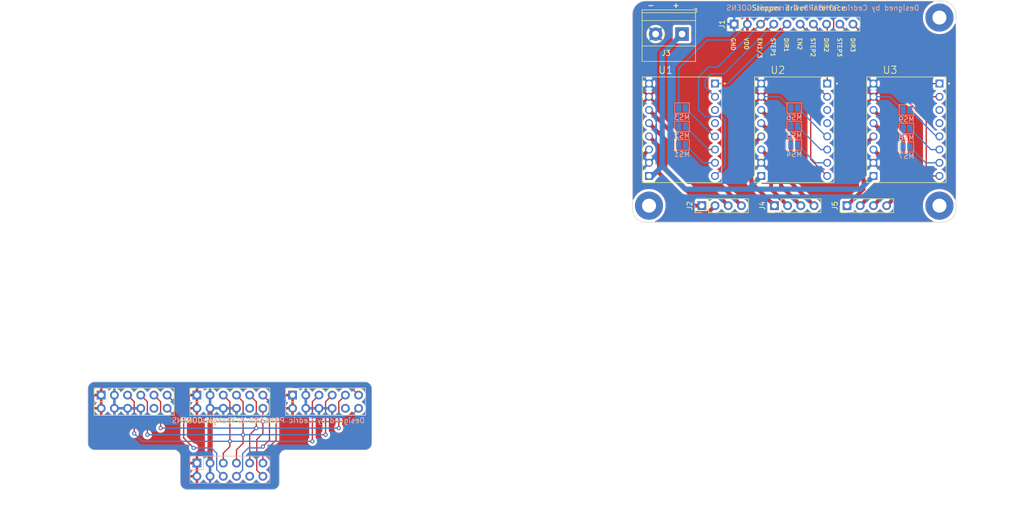
<source format=kicad_pcb>
(kicad_pcb (version 20221018) (generator pcbnew)
  (layers (0 "F.Cu" signal) (31 "B.Cu" signal) (34 "B.Paste" user) (35 "F.Paste" user) (36 "B.SilkS" user "B.Silkscreen") (37 "F.SilkS" user "F.Silkscreen") (38 "B.Mask" user) (39 "F.Mask" user) (44 "Edge.Cuts" user))
  (net 0 "")
  (net 2 "GND")
  (net 3 "VDD")
  (net 5 "Net-(J2-Pin_1)")
  (net 6 "Net-(J2-Pin_2)")
  (net 7 "Net-(J2-Pin_3)")
  (net 8 "Net-(J2-Pin_4)")
  (net 9 "Net-(J3-Pin_1)")
  (net 10 "Net-(J4-Pin_1)")
  (net 11 "Net-(J4-Pin_2)")
  (net 12 "Net-(J4-Pin_3)")
  (net 13 "Net-(J4-Pin_4)")
  (net 15 "Net-(J5-Pin_1)")
  (net 16 "Net-(J5-Pin_2)")
  (net 17 "Net-(J5-Pin_3)")
  (net 18 "Net-(J5-Pin_4)")
  (net 19 "Net-(MS1-B)")
  (net 20 "Net-(MS2-B)")
  (net 21 "Net-(MS3-B)")
  (net 22 "Net-(MS4-B)")
  (net 23 "Net-(MS5-B)")
  (net 24 "Net-(MS6-B)")
  (net 25 "Net-(MS7-B)")
  (net 26 "Net-(MS8-B)")
  (net 27 "Net-(MS9-B)")
  (net 28 "DIR1")
  (net 29 "STEP1")
  (net 30 "DIR2")
  (net 31 "STEP2")
  (net 32 "DIR3")
  (net 33 "STEP3")
  (net 34 "EN1{slash}3")
  (net 35 "EN2")
  (net 36 "INT")
  (net 37 "CS1")
  (net 38 "RST")
  (net 39 "MOSI")
  (net 40 "CS2")
  (net 41 "MISO")
  (net 42 "CS3")
  (net 43 "SCK")
  (footprint "Master_thesis:MODULE_TMC2208_SILENTSTEPSTICK" (layer "F.Cu") (at 178.435 55.88)
    (fp_text reference "U1" (at -3.155 -11.489) (layer "F.SilkS") (effects (font (size 1.4 1.4))))
    (fp_text value "TMC2208_SILENTSTEPSTICK" hide)
    (pad "JP1_1" thru_hole rect locked (at 6.35 -8.89) (size 1.524 1.524) (drill 1.016) (layers "*.Cu" "*.Mask") (net 28 "DIR1"))
    (pad "JP1_2" thru_hole circle locked (at 6.35 -6.35) (size 1.524 1.524) (drill 1.016) (layers "*.Cu" "*.Mask") (net 29 "STEP1"))
    (pad "JP1_3" thru_hole circle locked (at 6.35 -3.81) (size 1.524 1.524) (drill 1.016) (layers "*.Cu" "*.Mask"))
    (pad "JP1_4" thru_hole circle locked (at 6.35 -1.27) (size 1.524 1.524) (drill 1.016) (layers "*.Cu" "*.Mask"))
    (pad "JP1_5" thru_hole circle locked (at 6.35 1.27) (size 1.524 1.524) (drill 1.016) (layers "*.Cu" "*.Mask") (net 21 "Net-(MS3-B)"))
    (pad "JP1_6" thru_hole circle locked (at 6.35 3.81) (size 1.524 1.524) (drill 1.016) (layers "*.Cu" "*.Mask") (net 20 "Net-(MS2-B)"))
    (pad "JP1_7" thru_hole circle locked (at 6.35 6.35) (size 1.524 1.524) (drill 1.016) (layers "*.Cu" "*.Mask") (net 19 "Net-(MS1-B)"))
    (pad "JP1_8" thru_hole circle locked (at 6.35 8.89) (size 1.524 1.524) (drill 1.016) (layers "*.Cu" "*.Mask") (net 34 "EN1{slash}3"))
    (pad "JP2_1" thru_hole rect locked (at -6.35 8.89) (size 1.524 1.524) (drill 1.016) (layers "*.Cu" "*.Mask") (net 9 "Net-(J3-Pin_1)"))
    (pad "JP2_2" thru_hole circle locked (at -6.35 6.35) (size 1.524 1.524) (drill 1.016) (layers "*.Cu" "*.Mask") (net 2 "GND"))
    (pad "JP2_3" thru_hole circle locked (at -6.35 3.81) (size 1.524 1.524) (drill 1.016) (layers "*.Cu" "*.Mask") (net 6 "Net-(J2-Pin_2)"))
    (pad "JP2_4" thru_hole circle locked (at -6.35 1.27) (size 1.524 1.524) (drill 1.016) (layers "*.Cu" "*.Mask") (net 5 "Net-(J2-Pin_1)"))
    (pad "JP2_5" thru_hole circle locked (at -6.35 -1.27) (size 1.524 1.524) (drill 1.016) (layers "*.Cu" "*.Mask") (net 7 "Net-(J2-Pin_3)"))
    (pad "JP2_6" thru_hole circle locked (at -6.35 -3.81) (size 1.524 1.524) (drill 1.016) (layers "*.Cu" "*.Mask") (net 8 "Net-(J2-Pin_4)"))
    (pad "JP2_7" thru_hole circle locked (at -6.35 -6.35) (size 1.524 1.524) (drill 1.016) (layers "*.Cu" "*.Mask") (net 3 "VDD"))
    (pad "JP2_8" thru_hole circle locked (at -6.35 -8.89) (size 1.524 1.524) (drill 1.016) (layers "*.Cu" "*.Mask") (net 2 "GND"))
  )
  (footprint "Connector_PinSocket_2.54mm:PinSocket_2x06_P2.54mm_Vertical" (layer "F.Cu") (at 66.675 106.934 90)
    (fp_text reference "J7" hide)
    (fp_text value "Conn_02x06_Odd_Even" hide)
    (pad "1" thru_hole rect (at 0 0 90) (size 1.7 1.7) (drill 1) (layers "*.Cu" "*.Mask") (net 3 "VDD"))
    (pad "2" thru_hole oval (at -2.54 0 90) (size 1.7 1.7) (drill 1) (layers "*.Cu" "*.Mask") (net 3 "VDD"))
    (pad "3" thru_hole oval (at 0 2.54 90) (size 1.7 1.7) (drill 1) (layers "*.Cu" "*.Mask") (net 2 "GND"))
    (pad "4" thru_hole oval (at -2.54 2.54 90) (size 1.7 1.7) (drill 1) (layers "*.Cu" "*.Mask") (net 2 "GND"))
    (pad "5" thru_hole oval (at 0 5.08 90) (size 1.7 1.7) (drill 1) (layers "*.Cu" "*.Mask") (net 43 "SCK"))
    (pad "6" thru_hole oval (at -2.54 5.08 90) (size 1.7 1.7) (drill 1) (layers "*.Cu" "*.Mask") (net 2 "GND"))
    (pad "7" thru_hole oval (at 0 7.62 90) (size 1.7 1.7) (drill 1) (layers "*.Cu" "*.Mask") (net 41 "MISO"))
    (pad "8" thru_hole oval (at -2.54 7.62 90) (size 1.7 1.7) (drill 1) (layers "*.Cu" "*.Mask") (net 2 "GND"))
    (pad "9" thru_hole oval (at 0 10.16 90) (size 1.7 1.7) (drill 1) (layers "*.Cu" "*.Mask") (net 39 "MOSI"))
    (pad "10" thru_hole oval (at -2.54 10.16 90) (size 1.7 1.7) (drill 1) (layers "*.Cu" "*.Mask"))
    (pad "11" thru_hole oval (at 0 12.7 90) (size 1.7 1.7) (drill 1) (layers "*.Cu" "*.Mask") (net 42 "CS3"))
    (pad "12" thru_hole oval (at -2.54 12.7 90) (size 1.7 1.7) (drill 1) (layers "*.Cu" "*.Mask") (net 36 "INT"))
  )
  (footprint "TerminalBlock_Phoenix:TerminalBlock_Phoenix_MKDS-1,5-2-5.08_1x02_P5.08mm_Horizontal" (layer "F.Cu") (at 178.435 37.465 180)
    (fp_text reference "J3" (at 3.048 -3.683) (layer "F.SilkS"))
    (fp_text value "Conn_01x02" hide)
    (pad "1" thru_hole rect (at 0 0 180) (size 2.6 2.6) (drill 1.3) (layers "*.Cu" "*.Mask") (net 9 "Net-(J3-Pin_1)"))
    (pad "2" thru_hole circle (at 5.08 0 180) (size 2.6 2.6) (drill 1.3) (layers "*.Cu" "*.Mask") (net 2 "GND"))
  )
  (footprint "MountingHole:MountingHole_2.7mm_M2.5_Pad_TopBottom" (layer "F.Cu") (at 227.965 34.29)
    (fp_text reference "REF**" hide)
    (fp_text value "MountingHole_2.7mm_M2.5_Pad_TopBottom")
    (pad "1" thru_hole circle (at 0 0) (size 3.1 3.1) (drill 2.7) (layers "*.Cu" "*.Mask"))
    (pad "1" connect circle (at 0 0) (size 5.4 5.4) (layers "F.Cu" "F.Mask"))
    (pad "1" connect circle (at 0 0) (size 5.4 5.4) (layers "B.Cu" "B.Mask"))
  )
  (footprint "Connector_PinSocket_2.54mm:PinSocket_2x06_P2.54mm_Vertical" (layer "F.Cu") (at 103.505 106.934 90)
    (fp_text reference "J9" hide)
    (fp_text value "Conn_02x06_Odd_Even" hide)
    (pad "1" thru_hole rect (at 0 0 90) (size 1.7 1.7) (drill 1) (layers "*.Cu" "*.Mask") (net 3 "VDD"))
    (pad "2" thru_hole oval (at -2.54 0 90) (size 1.7 1.7) (drill 1) (layers "*.Cu" "*.Mask") (net 3 "VDD"))
    (pad "3" thru_hole oval (at 0 2.54 90) (size 1.7 1.7) (drill 1) (layers "*.Cu" "*.Mask") (net 2 "GND"))
    (pad "4" thru_hole oval (at -2.54 2.54 90) (size 1.7 1.7) (drill 1) (layers "*.Cu" "*.Mask") (net 2 "GND"))
    (pad "5" thru_hole oval (at 0 5.08 90) (size 1.7 1.7) (drill 1) (layers "*.Cu" "*.Mask") (net 43 "SCK"))
    (pad "6" thru_hole oval (at -2.54 5.08 90) (size 1.7 1.7) (drill 1) (layers "*.Cu" "*.Mask") (net 2 "GND"))
    (pad "7" thru_hole oval (at 0 7.62 90) (size 1.7 1.7) (drill 1) (layers "*.Cu" "*.Mask") (net 41 "MISO"))
    (pad "8" thru_hole oval (at -2.54 7.62 90) (size 1.7 1.7) (drill 1) (layers "*.Cu" "*.Mask") (net 2 "GND"))
    (pad "9" thru_hole oval (at 0 10.16 90) (size 1.7 1.7) (drill 1) (layers "*.Cu" "*.Mask") (net 39 "MOSI"))
    (pad "10" thru_hole oval (at -2.54 10.16 90) (size 1.7 1.7) (drill 1) (layers "*.Cu" "*.Mask"))
    (pad "11" thru_hole oval (at 0 12.7 90) (size 1.7 1.7) (drill 1) (layers "*.Cu" "*.Mask") (net 37 "CS1"))
    (pad "12" thru_hole oval (at -2.54 12.7 90) (size 1.7 1.7) (drill 1) (layers "*.Cu" "*.Mask") (net 36 "INT"))
  )
  (footprint "Connector_PinHeader_2.54mm:PinHeader_1x04_P2.54mm_Vertical" (layer "F.Cu") (at 196.215 70.485 90)
    (fp_text reference "J4" (at 0 -2.33 90) (layer "F.SilkS"))
    (fp_text value "Conn_01x04_MountingPin" hide)
    (pad "1" thru_hole rect locked (at 0 0 90) (size 1.7 1.7) (drill 1) (layers "*.Cu" "*.Mask") (net 10 "Net-(J4-Pin_1)"))
    (pad "2" thru_hole oval locked (at 0 2.54 90) (size 1.7 1.7) (drill 1) (layers "*.Cu" "*.Mask") (net 11 "Net-(J4-Pin_2)"))
    (pad "3" thru_hole oval locked (at 0 5.08 90) (size 1.7 1.7) (drill 1) (layers "*.Cu" "*.Mask") (net 12 "Net-(J4-Pin_3)"))
    (pad "4" thru_hole oval locked (at 0 7.62 90) (size 1.7 1.7) (drill 1) (layers "*.Cu" "*.Mask") (net 13 "Net-(J4-Pin_4)"))
  )
  (footprint "Connector_PinHeader_2.54mm:PinHeader_1x10_P2.54mm_Vertical" (layer "F.Cu") (at 188.468 35.56 90)
    (fp_text reference "J1" (at 0 -2.33 90) (layer "F.SilkS"))
    (fp_text value "Conn_01x10_Socket" hide)
    (pad "1" thru_hole rect (at 0 0 90) (size 1.7 1.7) (drill 1) (layers "*.Cu" "*.Mask") (net 2 "GND"))
    (pad "2" thru_hole oval (at 0 2.54 90) (size 1.7 1.7) (drill 1) (layers "*.Cu" "*.Mask") (net 3 "VDD"))
    (pad "3" thru_hole oval (at 0 5.08 90) (size 1.7 1.7) (drill 1) (layers "*.Cu" "*.Mask") (net 34 "EN1{slash}3"))
    (pad "4" thru_hole oval (at 0 7.62 90) (size 1.7 1.7) (drill 1) (layers "*.Cu" "*.Mask") (net 29 "STEP1"))
    (pad "5" thru_hole oval (at 0 10.16 90) (size 1.7 1.7) (drill 1) (layers "*.Cu" "*.Mask") (net 28 "DIR1"))
    (pad "6" thru_hole oval (at 0 12.7 90) (size 1.7 1.7) (drill 1) (layers "*.Cu" "*.Mask") (net 35 "EN2"))
    (pad "7" thru_hole oval (at 0 15.24 90) (size 1.7 1.7) (drill 1) (layers "*.Cu" "*.Mask") (net 31 "STEP2"))
    (pad "8" thru_hole oval (at 0 17.78 90) (size 1.7 1.7) (drill 1) (layers "*.Cu" "*.Mask") (net 30 "DIR2"))
    (pad "9" thru_hole oval (at 0 20.32 90) (size 1.7 1.7) (drill 1) (layers "*.Cu" "*.Mask") (net 33 "STEP3"))
    (pad "10" thru_hole oval (at 0 22.86 90) (size 1.7 1.7) (drill 1) (layers "*.Cu" "*.Mask") (net 32 "DIR3"))
  )
  (footprint "MountingHole:MountingHole_2.7mm_M2.5_Pad_TopBottom" (layer "F.Cu") (at 172.085 70.485)
    (fp_text reference "REF**" hide)
    (fp_text value "MountingHole_2.7mm_M2.5_Pad_TopBottom")
    (pad "1" thru_hole circle (at 0 0) (size 3.1 3.1) (drill 2.7) (layers "*.Cu" "*.Mask"))
    (pad "1" connect circle (at 0 0) (size 5.4 5.4) (layers "F.Cu" "F.Mask"))
    (pad "1" connect circle (at 0 0) (size 5.4 5.4) (layers "B.Cu" "B.Mask"))
  )
  (footprint "Master_thesis:MODULE_TMC2208_SILENTSTEPSTICK" (layer "F.Cu") (at 221.615 55.88)
    (fp_text reference "U3" (at -3.155 -11.489) (layer "F.SilkS") (effects (font (size 1.4 1.4))))
    (fp_text value "TMC2208_SILENTSTEPSTICK" hide)
    (pad "JP1_1" thru_hole rect locked (at 6.35 -8.89) (size 1.524 1.524) (drill 1.016) (layers "*.Cu" "*.Mask") (net 32 "DIR3"))
    (pad "JP1_2" thru_hole circle locked (at 6.35 -6.35) (size 1.524 1.524) (drill 1.016) (layers "*.Cu" "*.Mask") (net 33 "STEP3"))
    (pad "JP1_3" thru_hole circle locked (at 6.35 -3.81) (size 1.524 1.524) (drill 1.016) (layers "*.Cu" "*.Mask"))
    (pad "JP1_4" thru_hole circle locked (at 6.35 -1.27) (size 1.524 1.524) (drill 1.016) (layers "*.Cu" "*.Mask"))
    (pad "JP1_5" thru_hole circle locked (at 6.35 1.27) (size 1.524 1.524) (drill 1.016) (layers "*.Cu" "*.Mask") (net 27 "Net-(MS9-B)"))
    (pad "JP1_6" thru_hole circle locked (at 6.35 3.81) (size 1.524 1.524) (drill 1.016) (layers "*.Cu" "*.Mask") (net 26 "Net-(MS8-B)"))
    (pad "JP1_7" thru_hole circle locked (at 6.35 6.35) (size 1.524 1.524) (drill 1.016) (layers "*.Cu" "*.Mask") (net 25 "Net-(MS7-B)"))
    (pad "JP1_8" thru_hole circle locked (at 6.35 8.89) (size 1.524 1.524) (drill 1.016) (layers "*.Cu" "*.Mask") (net 34 "EN1{slash}3"))
    (pad "JP2_1" thru_hole rect locked (at -6.35 8.89) (size 1.524 1.524) (drill 1.016) (layers "*.Cu" "*.Mask") (net 9 "Net-(J3-Pin_1)"))
    (pad "JP2_2" thru_hole circle locked (at -6.35 6.35) (size 1.524 1.524) (drill 1.016) (layers "*.Cu" "*.Mask") (net 2 "GND"))
    (pad "JP2_3" thru_hole circle locked (at -6.35 3.81) (size 1.524 1.524) (drill 1.016) (layers "*.Cu" "*.Mask") (net 16 "Net-(J5-Pin_2)"))
    (pad "JP2_4" thru_hole circle locked (at -6.35 1.27) (size 1.524 1.524) (drill 1.016) (layers "*.Cu" "*.Mask") (net 15 "Net-(J5-Pin_1)"))
    (pad "JP2_5" thru_hole circle locked (at -6.35 -1.27) (size 1.524 1.524) (drill 1.016) (layers "*.Cu" "*.Mask") (net 17 "Net-(J5-Pin_3)"))
    (pad "JP2_6" thru_hole circle locked (at -6.35 -3.81) (size 1.524 1.524) (drill 1.016) (layers "*.Cu" "*.Mask") (net 18 "Net-(J5-Pin_4)"))
    (pad "JP2_7" thru_hole circle locked (at -6.35 -6.35) (size 1.524 1.524) (drill 1.016) (layers "*.Cu" "*.Mask") (net 3 "VDD"))
    (pad "JP2_8" thru_hole circle locked (at -6.35 -8.89) (size 1.524 1.524) (drill 1.016) (layers "*.Cu" "*.Mask") (net 2 "GND"))
  )
  (footprint "Connector_PinHeader_2.54mm:PinHeader_1x04_P2.54mm_Vertical" (layer "F.Cu") (at 182.245 70.485 90)
    (fp_text reference "J2" (at 0 -2.33 90) (layer "F.SilkS"))
    (fp_text value "Conn_01x04_MountingPin" hide)
    (pad "1" thru_hole rect locked (at 0 0 90) (size 1.7 1.7) (drill 1) (layers "*.Cu" "*.Mask") (net 5 "Net-(J2-Pin_1)"))
    (pad "2" thru_hole oval locked (at 0 2.54 90) (size 1.7 1.7) (drill 1) (layers "*.Cu" "*.Mask") (net 6 "Net-(J2-Pin_2)"))
    (pad "3" thru_hole oval locked (at 0 5.08 90) (size 1.7 1.7) (drill 1) (layers "*.Cu" "*.Mask") (net 7 "Net-(J2-Pin_3)"))
    (pad "4" thru_hole oval locked (at 0 7.62 90) (size 1.7 1.7) (drill 1) (layers "*.Cu" "*.Mask") (net 8 "Net-(J2-Pin_4)"))
  )
  (footprint "Connector_PinSocket_2.54mm:PinSocket_2x06_P2.54mm_Vertical" (layer "F.Cu") (at 85.09 106.934 90)
    (fp_text reference "J8" hide)
    (fp_text value "Conn_02x06_Odd_Even" hide)
    (pad "1" thru_hole rect (at 0 0 90) (size 1.7 1.7) (drill 1) (layers "*.Cu" "*.Mask") (net 3 "VDD"))
    (pad "2" thru_hole oval (at -2.54 0 90) (size 1.7 1.7) (drill 1) (layers "*.Cu" "*.Mask") (net 3 "VDD"))
    (pad "3" thru_hole oval (at 0 2.54 90) (size 1.7 1.7) (drill 1) (layers "*.Cu" "*.Mask") (net 2 "GND"))
    (pad "4" thru_hole oval (at -2.54 2.54 90) (size 1.7 1.7) (drill 1) (layers "*.Cu" "*.Mask") (net 2 "GND"))
    (pad "5" thru_hole oval (at 0 5.08 90) (size 1.7 1.7) (drill 1) (layers "*.Cu" "*.Mask") (net 43 "SCK"))
    (pad "6" thru_hole oval (at -2.54 5.08 90) (size 1.7 1.7) (drill 1) (layers "*.Cu" "*.Mask") (net 2 "GND"))
    (pad "7" thru_hole oval (at 0 7.62 90) (size 1.7 1.7) (drill 1) (layers "*.Cu" "*.Mask") (net 41 "MISO"))
    (pad "8" thru_hole oval (at -2.54 7.62 90) (size 1.7 1.7) (drill 1) (layers "*.Cu" "*.Mask") (net 2 "GND"))
    (pad "9" thru_hole oval (at 0 10.16 90) (size 1.7 1.7) (drill 1) (layers "*.Cu" "*.Mask") (net 39 "MOSI"))
    (pad "10" thru_hole oval (at -2.54 10.16 90) (size 1.7 1.7) (drill 1) (layers "*.Cu" "*.Mask"))
    (pad "11" thru_hole oval (at 0 12.7 90) (size 1.7 1.7) (drill 1) (layers "*.Cu" "*.Mask") (net 40 "CS2"))
    (pad "12" thru_hole oval (at -2.54 12.7 90) (size 1.7 1.7) (drill 1) (layers "*.Cu" "*.Mask") (net 36 "INT"))
  )
  (footprint "MountingHole:MountingHole_2.7mm_M2.5_Pad_TopBottom" (layer "F.Cu") (at 227.965 70.485)
    (fp_text reference "REF**" hide)
    (fp_text value "MountingHole_2.7mm_M2.5_Pad_TopBottom")
    (pad "1" thru_hole circle (at 0 0) (size 3.1 3.1) (drill 2.7) (layers "*.Cu" "*.Mask"))
    (pad "1" connect circle (at 0 0) (size 5.4 5.4) (layers "F.Cu" "F.Mask"))
    (pad "1" connect circle (at 0 0) (size 5.4 5.4) (layers "B.Cu" "B.Mask"))
  )
  (footprint "Connector_PinHeader_2.54mm:PinHeader_1x04_P2.54mm_Vertical" (layer "F.Cu") (at 210.185 70.485 90)
    (fp_text reference "J5" (at 0 -2.33 90) (layer "F.SilkS"))
    (fp_text value "Conn_01x04_MountingPin" hide)
    (pad "1" thru_hole rect locked (at 0 0 90) (size 1.7 1.7) (drill 1) (layers "*.Cu" "*.Mask") (net 15 "Net-(J5-Pin_1)"))
    (pad "2" thru_hole oval locked (at 0 2.54 90) (size 1.7 1.7) (drill 1) (layers "*.Cu" "*.Mask") (net 16 "Net-(J5-Pin_2)"))
    (pad "3" thru_hole oval locked (at 0 5.08 90) (size 1.7 1.7) (drill 1) (layers "*.Cu" "*.Mask") (net 17 "Net-(J5-Pin_3)"))
    (pad "4" thru_hole oval locked (at 0 7.62 90) (size 1.7 1.7) (drill 1) (layers "*.Cu" "*.Mask") (net 18 "Net-(J5-Pin_4)"))
  )
  (footprint "Master_thesis:MODULE_TMC2208_SILENTSTEPSTICK" (layer "F.Cu") (at 200.025 55.88)
    (fp_text reference "U2" (at -3.155 -11.489) (layer "F.SilkS") (effects (font (size 1.4 1.4))))
    (fp_text value "TMC2208_SILENTSTEPSTICK" hide)
    (pad "JP1_1" thru_hole rect locked (at 6.35 -8.89) (size 1.524 1.524) (drill 1.016) (layers "*.Cu" "*.Mask") (net 30 "DIR2"))
    (pad "JP1_2" thru_hole circle locked (at 6.35 -6.35) (size 1.524 1.524) (drill 1.016) (layers "*.Cu" "*.Mask") (net 31 "STEP2"))
    (pad "JP1_3" thru_hole circle locked (at 6.35 -3.81) (size 1.524 1.524) (drill 1.016) (layers "*.Cu" "*.Mask"))
    (pad "JP1_4" thru_hole circle locked (at 6.35 -1.27) (size 1.524 1.524) (drill 1.016) (layers "*.Cu" "*.Mask"))
    (pad "JP1_5" thru_hole circle locked (at 6.35 1.27) (size 1.524 1.524) (drill 1.016) (layers "*.Cu" "*.Mask") (net 24 "Net-(MS6-B)"))
    (pad "JP1_6" thru_hole circle locked (at 6.35 3.81) (size 1.524 1.524) (drill 1.016) (layers "*.Cu" "*.Mask") (net 23 "Net-(MS5-B)"))
    (pad "JP1_7" thru_hole circle locked (at 6.35 6.35) (size 1.524 1.524) (drill 1.016) (layers "*.Cu" "*.Mask") (net 22 "Net-(MS4-B)"))
    (pad "JP1_8" thru_hole circle locked (at 6.35 8.89) (size 1.524 1.524) (drill 1.016) (layers "*.Cu" "*.Mask") (net 35 "EN2"))
    (pad "JP2_1" thru_hole rect locked (at -6.35 8.89) (size 1.524 1.524) (drill 1.016) (layers "*.Cu" "*.Mask") (net 9 "Net-(J3-Pin_1)"))
    (pad "JP2_2" thru_hole circle locked (at -6.35 6.35) (size 1.524 1.524) (drill 1.016) (layers "*.Cu" "*.Mask") (net 2 "GND"))
    (pad "JP2_3" thru_hole circle locked (at -6.35 3.81) (size 1.524 1.524) (drill 1.016) (layers "*.Cu" "*.Mask") (net 11 "Net-(J4-Pin_2)"))
    (pad "JP2_4" thru_hole circle locked (at -6.35 1.27) (size 1.524 1.524) (drill 1.016) (layers "*.Cu" "*.Mask") (net 10 "Net-(J4-Pin_1)"))
    (pad "JP2_5" thru_hole circle locked (at -6.35 -1.27) (size 1.524 1.524) (drill 1.016) (layers "*.Cu" "*.Mask") (net 12 "Net-(J4-Pin_3)"))
    (pad "JP2_6" thru_hole circle locked (at -6.35 -3.81) (size 1.524 1.524) (drill 1.016) (layers "*.Cu" "*.Mask") (net 13 "Net-(J4-Pin_4)"))
    (pad "JP2_7" thru_hole circle locked (at -6.35 -6.35) (size 1.524 1.524) (drill 1.016) (layers "*.Cu" "*.Mask") (net 3 "VDD"))
    (pad "JP2_8" thru_hole circle locked (at -6.35 -8.89) (size 1.524 1.524) (drill 1.016) (layers "*.Cu" "*.Mask") (net 2 "GND"))
  )
  (footprint "Jumper:SolderJumper-2_P1.3mm_Open_Pad1.0x1.5mm" (layer "B.Cu") (at 178.435 51.695)
    (fp_text reference "MS3" (at 0 1.8) (layer "B.SilkS") (effects (justify mirror)))
    (fp_text value "SolderJumper_2_Open" hide)
    (pad "1" smd rect (at -0.65 0) (size 1 1.5) (layers "B.Cu" "B.Mask") (net 3 "VDD"))
    (pad "2" smd rect (at 0.65 0) (size 1 1.5) (layers "B.Cu" "B.Mask") (net 21 "Net-(MS3-B)"))
  )
  (footprint "Jumper:SolderJumper-2_P1.3mm_Open_Pad1.0x1.5mm" (layer "B.Cu") (at 221.615 59.17)
    (fp_text reference "MS7" (at 0 1.8) (layer "B.SilkS") (effects (justify mirror)))
    (fp_text value "SolderJumper_2_Open" hide)
    (pad "1" smd rect (at -0.65 0) (size 1 1.5) (layers "B.Cu" "B.Mask") (net 3 "VDD"))
    (pad "2" smd rect (at 0.65 0) (size 1 1.5) (layers "B.Cu" "B.Mask") (net 25 "Net-(MS7-B)"))
  )
  (footprint "Jumper:SolderJumper-2_P1.3mm_Open_Pad1.0x1.5mm" (layer "B.Cu") (at 221.615 55.62)
    (fp_text reference "MS8" (at 0 1.8) (layer "B.SilkS") (effects (justify mirror)))
    (fp_text value "SolderJumper_2_Open" hide)
    (pad "1" smd rect (at -0.65 0) (size 1 1.5) (layers "B.Cu" "B.Mask") (net 3 "VDD"))
    (pad "2" smd rect (at 0.65 0) (size 1 1.5) (layers "B.Cu" "B.Mask") (net 26 "Net-(MS8-B)"))
  )
  (footprint "Jumper:SolderJumper-2_P1.3mm_Open_Pad1.0x1.5mm" (layer "B.Cu") (at 200.025 55.245)
    (fp_text reference "MS5" (at 0 1.8) (layer "B.SilkS") (effects (justify mirror)))
    (fp_text value "SolderJumper_2_Open" hide)
    (pad "1" smd rect (at -0.65 0) (size 1 1.5) (layers "B.Cu" "B.Mask") (net 3 "VDD"))
    (pad "2" smd rect (at 0.65 0) (size 1 1.5) (layers "B.Cu" "B.Mask") (net 23 "Net-(MS5-B)"))
  )
  (footprint "Jumper:SolderJumper-2_P1.3mm_Open_Pad1.0x1.5mm" (layer "B.Cu") (at 178.435 58.795)
    (fp_text reference "MS1" (at 0 1.8) (layer "B.SilkS") (effects (justify mirror)))
    (fp_text value "SolderJumper_2_Open" hide)
    (pad "1" smd rect (at -0.65 0) (size 1 1.5) (layers "B.Cu" "B.Mask") (net 3 "VDD"))
    (pad "2" smd rect (at 0.65 0) (size 1 1.5) (layers "B.Cu" "B.Mask") (net 19 "Net-(MS1-B)"))
  )
  (footprint "Jumper:SolderJumper-2_P1.3mm_Open_Pad1.0x1.5mm" (layer "B.Cu") (at 178.435 55.245)
    (fp_text reference "MS2" (at 0 1.8) (layer "B.SilkS") (effects (justify mirror)))
    (fp_text value "SolderJumper_2_Open" hide)
    (pad "1" smd rect (at -0.65 0) (size 1 1.5) (layers "B.Cu" "B.Mask") (net 3 "VDD"))
    (pad "2" smd rect (at 0.65 0) (size 1 1.5) (layers "B.Cu" "B.Mask") (net 20 "Net-(MS2-B)"))
  )
  (footprint "Jumper:SolderJumper-2_P1.3mm_Open_Pad1.0x1.5mm" (layer "B.Cu") (at 200.025 51.695)
    (fp_text reference "MS6" (at 0 1.8) (layer "B.SilkS") (effects (justify mirror)))
    (fp_text value "SolderJumper_2_Open" hide)
    (pad "1" smd rect (at -0.65 0) (size 1 1.5) (layers "B.Cu" "B.Mask") (net 3 "VDD"))
    (pad "2" smd rect (at 0.65 0) (size 1 1.5) (layers "B.Cu" "B.Mask") (net 24 "Net-(MS6-B)"))
  )
  (footprint "Connector_PinHeader_2.54mm:PinHeader_2x06_P2.54mm_Vertical" (layer "B.Cu") (at 85.09 120.015 -90)
    (fp_text reference "J6" hide)
    (fp_text value "Conn_02x06_Odd_Even" hide)
    (pad "1" thru_hole rect (at 0 0 270) (size 1.7 1.7) (drill 1) (layers "*.Cu" "*.Mask") (net 3 "VDD"))
    (pad "2" thru_hole oval (at 2.54 0 270) (size 1.7 1.7) (drill 1) (layers "*.Cu" "*.Mask") (net 3 "VDD"))
    (pad "3" thru_hole oval (at 0 -2.54 270) (size 1.7 1.7) (drill 1) (layers "*.Cu" "*.Mask") (net 2 "GND"))
    (pad "4" thru_hole oval (at 2.54 -2.54 270) (size 1.7 1.7) (drill 1) (layers "*.Cu" "*.Mask") (net 2 "GND"))
    (pad "5" thru_hole oval (at 0 -5.08 270) (size 1.7 1.7) (drill 1) (layers "*.Cu" "*.Mask") (net 43 "SCK"))
    (pad "6" thru_hole oval (at 2.54 -5.08 270) (size 1.7 1.7) (drill 1) (layers "*.Cu" "*.Mask") (net 42 "CS3"))
    (pad "7" thru_hole oval (at 0 -7.62 270) (size 1.7 1.7) (drill 1) (layers "*.Cu" "*.Mask") (net 41 "MISO"))
    (pad "8" thru_hole oval (at 2.54 -7.62 270) (size 1.7 1.7) (drill 1) (layers "*.Cu" "*.Mask") (net 40 "CS2"))
    (pad "9" thru_hole oval (at 0 -10.16 270) (size 1.7 1.7) (drill 1) (layers "*.Cu" "*.Mask") (net 39 "MOSI"))
    (pad "10" thru_hole oval (at 2.54 -10.16 270) (size 1.7 1.7) (drill 1) (layers "*.Cu" "*.Mask") (net 38 "RST"))
    (pad "11" thru_hole oval (at 0 -12.7 270) (size 1.7 1.7) (drill 1) (layers "*.Cu" "*.Mask") (net 37 "CS1"))
    (pad "12" thru_hole oval (at 2.54 -12.7 270) (size 1.7 1.7) (drill 1) (layers "*.Cu" "*.Mask") (net 36 "INT"))
  )
  (footprint "Jumper:SolderJumper-2_P1.3mm_Open_Pad1.0x1.5mm" (layer "B.Cu") (at 200.025 58.795)
    (fp_text reference "MS4" (at 0 1.8) (layer "B.SilkS") (effects (justify mirror)))
    (fp_text value "SolderJumper_2_Open" hide)
    (pad "1" smd rect (at -0.65 0) (size 1 1.5) (layers "B.Cu" "B.Mask") (net 3 "VDD"))
    (pad "2" smd rect (at 0.65 0) (size 1 1.5) (layers "B.Cu" "B.Mask") (net 22 "Net-(MS4-B)"))
  )
  (footprint "Jumper:SolderJumper-2_P1.3mm_Open_Pad1.0x1.5mm" (layer "B.Cu") (at 221.615 52.07)
    (fp_text reference "MS9" (at 0 1.8) (layer "B.SilkS") (effects (justify mirror)))
    (fp_text value "SolderJumper_2_Open" hide)
    (pad "1" smd rect (at -0.65 0) (size 1 1.5) (layers "B.Cu" "B.Mask") (net 3 "VDD"))
    (pad "2" smd rect (at 0.65 0) (size 1 1.5) (layers "B.Cu" "B.Mask") (net 27 "Net-(MS9-B)"))
  )
  (gr_arc (start 100.965 118.745) (mid 101.336974 117.846974) (end 102.235 117.475) (stroke (width 0.1)) (layer "Edge.Cuts"))
  (gr_arc (start 65.405 117.475) (mid 64.506974 117.103026) (end 64.135 116.205) (stroke (width 0.1)) (layer "Edge.Cuts"))
  (gr_line (start 171.45 73.66) (end 178.054 73.66) (stroke (width 0.1)) (layer "Edge.Cuts"))
  (gr_line (start 83.185 125.095) (end 99.695 125.095) (stroke (width 0.1)) (layer "Edge.Cuts"))
  (gr_line (start 231.14 33.655) (end 231.139999 71.119999) (stroke (width 0.1)) (layer "Edge.Cuts"))
  (gr_arc (start 171.45 73.66) (mid 169.653949 72.916051) (end 168.91 71.12) (stroke (width 0.1)) (layer "Edge.Cuts"))
  (gr_arc (start 228.6 31.115) (mid 230.396051 31.858949) (end 231.14 33.655) (stroke (width 0.1)) (layer "Edge.Cuts"))
  (gr_line (start 117.475 104.394) (end 113.411 104.394) (stroke (width 0.1)) (layer "Edge.Cuts"))
  (gr_line (start 117.475 117.475) (end 102.235 117.475) (stroke (width 0.1)) (layer "Edge.Cuts"))
  (gr_arc (start 83.185 125.095) (mid 82.286974 124.723026) (end 81.915 123.825) (stroke (width 0.1)) (layer "Edge.Cuts"))
  (gr_line (start 168.91 33.655) (end 168.91 71.12) (stroke (width 0.1)) (layer "Edge.Cuts"))
  (gr_line (start 171.45 31.115) (end 228.6 31.115) (stroke (width 0.1)) (layer "Edge.Cuts"))
  (gr_line (start 100.965 118.745) (end 100.965 123.825) (stroke (width 0.1)) (layer "Edge.Cuts"))
  (gr_arc (start 100.965 123.825) (mid 100.593026 124.723026) (end 99.695 125.095) (stroke (width 0.1)) (layer "Edge.Cuts"))
  (gr_line (start 81.915 123.825) (end 81.915 118.745) (stroke (width 0.1)) (layer "Edge.Cuts"))
  (gr_arc (start 168.91 33.655) (mid 169.653949 31.858949) (end 171.45 31.115) (stroke (width 0.1)) (layer "Edge.Cuts"))
  (gr_line (start 118.745 105.664) (end 118.745 116.205) (stroke (width 0.1)) (layer "Edge.Cuts"))
  (gr_line (start 178.054 73.66) (end 228.599999 73.659999) (stroke (width 0.1)) (layer "Edge.Cuts"))
  (gr_arc (start 80.645 117.475) (mid 81.543026 117.846974) (end 81.915 118.745) (stroke (width 0.1)) (layer "Edge.Cuts"))
  (gr_line (start 64.135 116.205) (end 64.135 105.664) (stroke (width 0.1)) (layer "Edge.Cuts"))
  (gr_arc (start 64.135 105.664) (mid 64.506974 104.765974) (end 65.405 104.394) (stroke (width 0.1)) (layer "Edge.Cuts"))
  (gr_arc (start 231.139999 71.119999) (mid 230.396051 72.916051) (end 228.599999 73.659999) (stroke (width 0.1)) (layer "Edge.Cuts"))
  (gr_line (start 80.645 117.475) (end 65.405 117.475) (stroke (width 0.1)) (layer "Edge.Cuts"))
  (gr_arc (start 118.745 116.205) (mid 118.373026 117.103026) (end 117.475 117.475) (stroke (width 0.1)) (layer "Edge.Cuts"))
  (gr_arc (start 117.475 104.394) (mid 118.373026 104.765974) (end 118.745 105.664) (stroke (width 0.1)) (layer "Edge.Cuts"))
  (gr_line (start 113.411 104.394) (end 65.405 104.394) (stroke (width 0.1)) (layer "Edge.Cuts"))
  (gr_text "Designed by Cedric PONSARD & François GOENS" (at 117.475 112.395) (layer "B.SilkS") (effects (font (size 1 1)) (justify left bottom mirror)))
  (gr_text "Designed by Cedric PONSARD & François GOENS" (at 224.155 33.02) (layer "B.SilkS") (effects (font (size 1 1)) (justify left bottom mirror)))
  (gr_text "PMOD NAV-SPI interface" (at 81.915 112.395) (layer "F.SilkS") (effects (font (size 1 1)) (justify left bottom)))
  (gr_text "DIR3\n\nSTEP3\n\nDIR2\n\nSTEP2\n\nEN2\n\nDIR1\n\nSTEP1\n\nEN1/3\n\nVDD\n\nGND" (at 187.803 38.1 270) (layer "F.SilkS") (effects (font (size 0.795 0.795)) (justify left bottom)))
  (gr_text "-" (at 171.704 32.512) (layer "F.SilkS") (effects (font (size 1 1) (thickness 0.2) bold) (justify left bottom)))
  (gr_text "Stepper driver interface" (at 191.77 33.02) (layer "F.SilkS") (effects (font (size 1 1)) (justify left bottom)))
  (gr_text "+" (at 176.53 32.512) (layer "F.SilkS") (effects (font (size 1 1) (thickness 0.2) bold) (justify left bottom)))
  (segment (start 87.63 120.015) (end 87.63 109.474) (width 1) (layer "F.Cu") (net 2))
  (segment (start 85.09 109.474) (end 85 109.564) (width 0.25) (layer "F.Cu") (net 3))
  (segment (start 103.505 107.570396) (end 103.505 106.934) (width 0.25) (layer "F.Cu") (net 3))
  (segment (start 177.8 44.06838) (end 183.26038 38.608) (width 0.25) (layer "B.Cu") (net 3))
  (segment (start 220.965 52.07) (end 218.425 49.53) (width 0.25) (layer "B.Cu") (net 3))
  (segment (start 220.965 55.62) (end 220.965 52.07) (width 0.25) (layer "B.Cu") (net 3))
  (segment (start 183.26038 38.608) (end 187.96 38.608) (width 0.25) (layer "B.Cu") (net 3))
  (segment (start 199.375 51.695) (end 199.375 55.245) (width 0.25) (layer "B.Cu") (net 3))
  (segment (start 193.675 49.53) (end 197.21 49.53) (width 0.25) (layer "B.Cu") (net 3))
  (segment (start 218.425 49.53) (end 215.265 49.53) (width 0.25) (layer "B.Cu") (net 3))
  (segment (start 220.965 59.17) (end 220.965 55.62) (width 0.25) (layer "B.Cu") (net 3))
  (segment (start 199.375 55.245) (end 199.375 58.795) (width 0.25) (layer "B.Cu") (net 3))
  (segment (start 177.8 51.68) (end 177.8 44.06838) (width 0.25) (layer "B.Cu") (net 3))
  (segment (start 187.96 38.608) (end 191.008 35.56) (width 0.25) (layer "B.Cu") (net 3))
  (segment (start 177.785 55.245) (end 177.785 51.695) (width 0.25) (layer "B.Cu") (net 3))
  (segment (start 177.785 58.795) (end 177.785 55.245) (width 0.25) (layer "B.Cu") (net 3))
  (segment (start 197.21 49.53) (end 199.375 51.695) (width 0.25) (layer "B.Cu") (net 3))
  (segment (start 177.785 51.695) (end 177.8 51.68) (width 0.25) (layer "B.Cu") (net 3))
  (segment (start 173.99 59.055) (end 173.99 64.171751) (width 0.75) (layer "F.Cu") (net 5))
  (segment (start 173.99 64.171751) (end 180.303249 70.485) (width 0.75) (layer "F.Cu") (net 5))
  (segment (start 180.303249 70.485) (end 182.245 70.485) (width 0.75) (layer "F.Cu") (net 5))
  (segment (start 172.085 57.15) (end 173.99 59.055) (width 0.75) (layer "F.Cu") (net 5))
  (segment (start 172.085 59.69) (end 170.18 61.595) (width 0.75) (layer "F.Cu") (net 6))
  (segment (start 170.815 66.675) (end 173.355 66.675) (width 0.75) (layer "F.Cu") (net 6))
  (segment (start 170.18 61.595) (end 170.18 66.04) (width 0.75) (layer "F.Cu") (net 6))
  (segment (start 170.18 66.04) (end 170.815 66.675) (width 0.75) (layer "F.Cu") (net 6))
  (segment (start 178.59 71.91) (end 183.36 71.91) (width 0.75) (layer "F.Cu") (net 6))
  (segment (start 183.36 71.91) (end 184.785 70.485) (width 0.75) (layer "F.Cu") (net 6))
  (segment (start 173.355 66.675) (end 178.59 71.91) (width 0.75) (layer "F.Cu") (net 6))
  (segment (start 179.705 67.945) (end 184.785 67.945) (width 0.75) (layer "F.Cu") (net 7))
  (segment (start 172.085 54.61) (end 175.26 57.785) (width 0.75) (layer "F.Cu") (net 7))
  (segment (start 184.785 67.945) (end 187.325 70.485) (width 0.75) (layer "F.Cu") (net 7))
  (segment (start 175.26 63.5) (end 179.705 67.945) (width 0.75) (layer "F.Cu") (net 7))
  (segment (start 175.26 57.785) (end 175.26 63.5) (width 0.75) (layer "F.Cu") (net 7))
  (segment (start 176.53 62.23) (end 180.975 66.675) (width 0.75) (layer "F.Cu") (net 8))
  (segment (start 180.975 66.675) (end 186.055 66.675) (width 0.75) (layer "F.Cu") (net 8))
  (segment (start 172.085 52.07) (end 176.53 56.515) (width 0.75) (layer "F.Cu") (net 8))
  (segment (start 176.53 56.515) (end 176.53 62.23) (width 0.75) (layer "F.Cu") (net 8))
  (segment (start 186.055 66.675) (end 189.865 70.485) (width 0.75) (layer "F.Cu") (net 8))
  (segment (start 212.725 67.31) (end 215.265 64.77) (width 1) (layer "B.Cu") (net 9))
  (segment (start 174.625 41.275) (end 174.625 62.865) (width 1) (layer "B.Cu") (net 9))
  (segment (start 174.625 62.865) (end 172.72 64.77) (width 1) (layer "B.Cu") (net 9))
  (segment (start 172.72 64.77) (end 172.085 64.77) (width 1) (layer "B.Cu") (net 9))
  (segment (start 174.625 62.865) (end 179.07 67.31) (width 1) (layer "B.Cu") (net 9))
  (segment (start 179.07 67.31) (end 191.135 67.31) (width 1) (layer "B.Cu") (net 9))
  (segment (start 178.435 37.465) (end 174.625 41.275) (width 1) (layer "B.Cu") (net 9))
  (segment (start 191.135 67.31) (end 193.675 64.77) (width 1) (layer "B.Cu") (net 9))
  (segment (start 191.135 67.31) (end 212.725 67.31) (width 1) (layer "B.Cu") (net 9))
  (segment (start 191.77 59.055) (end 191.77 66.04) (width 0.75) (layer "F.Cu") (net 10))
  (segment (start 191.77 66.04) (end 196.215 70.485) (width 0.75) (layer "F.Cu") (net 10))
  (segment (start 193.675 57.15) (end 191.77 59.055) (width 0.75) (layer "F.Cu") (net 10))
  (segment (start 195.58 61.595) (end 195.58 67.31) (width 0.75) (layer "F.Cu") (net 11))
  (segment (start 195.58 67.31) (end 198.755 70.485) (width 0.75) (layer "F.Cu") (net 11))
  (segment (start 193.675 59.69) (end 195.58 61.595) (width 0.75) (layer "F.Cu") (net 11))
  (segment (start 193.675 54.61) (end 197.485 58.42) (width 0.75) (layer "F.Cu") (net 12))
  (segment (start 197.485 66.675) (end 201.295 70.485) (width 0.75) (layer "F.Cu") (net 12))
  (segment (start 197.485 58.42) (end 197.485 66.675) (width 0.75) (layer "F.Cu") (net 12))
  (segment (start 193.675 52.1335) (end 199.39 57.8485) (width 0.75) (layer "F.Cu") (net 13))
  (segment (start 193.675 52.07) (end 193.675 52.1335) (width 0.75) (layer "F.Cu") (net 13))
  (segment (start 199.39 57.8485) (end 199.39 66.04) (width 0.75) (layer "F.Cu") (net 13))
  (segment (start 199.39 66.04) (end 203.835 70.485) (width 0.75) (layer "F.Cu") (net 13))
  (segment (start 215.265 57.15) (end 213.36 59.055) (width 0.75) (layer "F.Cu") (net 15))
  (segment (start 213.36 67.31) (end 210.185 70.485) (width 0.75) (layer "F.Cu") (net 15))
  (segment (start 213.36 59.055) (end 213.36 67.31) (width 0.75) (layer "F.Cu") (net 15))
  (segment (start 215.265 59.69) (end 217.17 61.595) (width 0.75) (layer "F.Cu") (net 16))
  (segment (start 217.17 61.595) (end 217.17 66.04) (width 0.75) (layer "F.Cu") (net 16))
  (segment (start 217.17 66.04) (end 212.725 70.485) (width 0.75) (layer "F.Cu") (net 16))
  (segment (start 219.075 58.42) (end 219.075 66.675) (width 0.75) (layer "F.Cu") (net 17))
  (segment (start 215.265 54.61) (end 219.075 58.42) (width 0.75) (layer "F.Cu") (net 17))
  (segment (start 219.075 66.675) (end 215.265 70.485) (width 0.75) (layer "F.Cu") (net 17))
  (segment (start 215.265 52.07) (end 220.98 57.785) (width 0.75) (layer "F.Cu") (net 18))
  (segment (start 220.98 67.31) (end 217.805 70.485) (width 0.75) (layer "F.Cu") (net 18))
  (segment (start 220.98 57.785) (end 220.98 67.31) (width 0.75) (layer "F.Cu") (net 18))
  (segment (start 179.085 58.795) (end 182.52 62.23) (width 0.25) (layer "B.Cu") (net 19))
  (segment (start 182.52 62.23) (end 184.785 62.23) (width 0.25) (layer "B.Cu") (net 19))
  (segment (start 183.53 59.69) (end 184.785 59.69) (width 0.25) (layer "B.Cu") (net 20))
  (segment (start 179.085 55.245) (end 183.53 59.69) (width 0.25) (layer "B.Cu") (net 20))
  (segment (start 179.085 51.695) (end 184.54 57.15) (width 0.25) (layer "B.Cu") (net 21))
  (segment (start 184.54 57.15) (end 184.785 57.15) (width 0.25) (layer "B.Cu") (net 21))
  (segment (start 204.11 62.23) (end 206.375 62.23) (width 0.25) (layer "B.Cu") (net 22))
  (segment (start 200.675 58.795) (end 204.11 62.23) (width 0.25) (layer "B.Cu") (net 22))
  (segment (start 200.675 55.245) (end 205.12 59.69) (width 0.25) (layer "B.Cu") (net 23))
  (segment (start 205.12 59.69) (end 206.375 59.69) (width 0.25) (layer "B.Cu") (net 23))
  (segment (start 206.13 57.15) (end 206.375 57.15) (width 0.25) (layer "B.Cu") (net 24))
  (segment (start 206.375 56.775) (end 206.375 57.15) (width 0.25) (layer "B.Cu") (net 24))
  (segment (start 200.675 51.695) (end 206.13 57.15) (width 0.25) (layer "B.Cu") (net 24))
  (segment (start 225.325 62.23) (end 227.965 62.23) (width 0.25) (layer "B.Cu") (net 25))
  (segment (start 222.265 59.17) (end 225.325 62.23) (width 0.25) (layer "B.Cu") (net 25))
  (segment (start 226.335 59.69) (end 227.965 59.69) (width 0.25) (layer "B.Cu") (net 26))
  (segment (start 222.265 55.62) (end 226.335 59.69) (width 0.25) (layer "B.Cu") (net 26))
  (segment (start 222.265 52.07) (end 227.345 57.15) (width 0.25) (layer "B.Cu") (net 27))
  (segment (start 227.345 57.15) (end 227.965 57.15) (width 0.25) (layer "B.Cu") (net 27))
  (segment (start 184.785 46.355) (end 184.785 46.99) (width 0.25) (layer "F.Cu") (net 28))
  (segment (start 187.198 46.99) (end 184.785 46.99) (width 0.25) (layer "B.Cu") (net 28))
  (segment (start 198.628 35.56) (end 187.198 46.99) (width 0.25) (layer "B.Cu") (net 28))
  (segment (start 184.11069 45.085) (end 182.88 46.31569) (width 0.25) (layer "B.Cu") (net 29))
  (segment (start 186.563 45.085) (end 184.11069 45.085) (width 0.25) (layer "B.Cu") (net 29))
  (segment (start 182.88 47.625) (end 184.785 49.53) (width 0.25) (layer "B.Cu") (net 29))
  (segment (start 182.88 46.31569) (end 182.88 47.625) (width 0.25) (layer "B.Cu") (net 29))
  (segment (start 196.088 35.56) (end 186.563 45.085) (width 0.25) (layer "B.Cu") (net 29))
  (segment (start 206.248 35.56) (end 206.375 35.687) (width 0.25) (layer "F.Cu") (net 30))
  (segment (start 206.375 35.687) (end 206.375 46.99) (width 0.25) (layer "F.Cu") (net 30))
  (segment (start 204.47 47.625) (end 206.375 49.53) (width 0.25) (layer "F.Cu") (net 31))
  (segment (start 203.708 35.56) (end 204.47 36.322) (width 0.25) (layer "F.Cu") (net 31))
  (segment (start 204.47 36.322) (end 204.47 47.625) (width 0.25) (layer "F.Cu") (net 31))
  (segment (start 222.758 46.99) (end 227.965 46.99) (width 0.25) (layer "F.Cu") (net 32))
  (segment (start 211.328 35.56) (end 222.758 46.99) (width 0.25) (layer "F.Cu") (net 32))
  (segment (start 222.758 49.53) (end 227.965 49.53) (width 0.25) (layer "F.Cu") (net 33))
  (segment (start 208.788 35.56) (end 222.758 49.53) (width 0.25) (layer "F.Cu") (net 33))
  (segment (start 208.915 38.735) (end 210.185 38.735) (width 0.25) (layer "F.Cu") (net 34))
  (segment (start 226.695 64.77) (end 227.965 64.77) (width 0.25) (layer "F.Cu") (net 34))
  (segment (start 225.425 63.5) (end 226.695 64.77) (width 0.25) (layer "F.Cu") (net 34))
  (segment (start 207.613 34.893) (end 207.613 37.433) (width 0.25) (layer "F.Cu") (net 34))
  (segment (start 206.375 33.655) (end 207.613 34.893) (width 0.25) (layer "F.Cu") (net 34))
  (segment (start 195.453 33.655) (end 206.375 33.655) (width 0.25) (layer "F.Cu") (net 34))
  (segment (start 225.425 53.975) (end 225.425 63.5) (width 0.25) (layer "F.Cu") (net 34))
  (segment (start 207.613 37.433) (end 208.915 38.735) (width 0.25) (layer "F.Cu") (net 34))
  (segment (start 193.548 35.56) (end 195.453 33.655) (width 0.25) (layer "F.Cu") (net 34))
  (segment (start 210.185 38.735) (end 225.425 53.975) (width 0.25) (layer "F.Cu") (net 34))
  (segment (start 183.515 43.815) (end 181.61 45.72) (width 0.25) (layer "B.Cu") (net 34))
  (segment (start 186.69 62.865) (end 184.785 64.77) (width 0.25) (layer "B.Cu") (net 34))
  (segment (start 181.61 52.07) (end 182.88 53.34) (width 0.25) (layer "B.Cu") (net 34))
  (segment (start 193.548 35.56) (end 185.293 43.815) (width 0.25) (layer "B.Cu") (net 34))
  (segment (start 181.61 45.72) (end 181.61 52.07) (width 0.25) (layer "B.Cu") (net 34))
  (segment (start 186.055 53.34) (end 186.69 53.975) (width 0.25) (layer "B.Cu") (net 34))
  (segment (start 182.88 53.34) (end 186.055 53.34) (width 0.25) (layer "B.Cu") (net 34))
  (segment (start 185.293 43.815) (end 183.515 43.815) (width 0.25) (layer "B.Cu") (net 34))
  (segment (start 186.69 53.975) (end 186.69 62.865) (width 0.25) (layer "B.Cu") (net 34))
  (segment (start 203.2 37.592) (end 203.2 61.595) (width 0.25) (layer "F.Cu") (net 35))
  (segment (start 201.168 35.56) (end 203.2 37.592) (width 0.25) (layer "F.Cu") (net 35))
  (segment (start 203.2 61.595) (end 206.375 64.77) (width 0.25) (layer "F.Cu") (net 35))
  (segment (start 96.615 121.38) (end 97.79 122.555) (width 0.25) (layer "F.Cu") (net 36))
  (segment (start 96.615 115.475) (end 96.615 121.38) (width 0.25) (layer "F.Cu") (net 36))
  (segment (start 97.79 112.014) (end 97.79 109.474) (width 0.25) (layer "F.Cu") (net 36))
  (segment (start 97.79 112.014) (end 97.79 114.3) (width 0.25) (layer "F.Cu") (net 36))
  (segment (start 97.79 114.3) (end 96.615 115.475) (width 0.25) (layer "F.Cu") (net 36))
  (via (at 97.79 112.014) (size 0.8) (drill 0.4) (layers "F.Cu" "B.Cu") (net 36))
  (segment (start 81.915 112.014) (end 79.375 109.474) (width 0.25) (layer "B.Cu") (net 36))
  (segment (start 113.665 112.014) (end 116.205 109.474) (width 0.25) (layer "B.Cu") (net 36))
  (segment (start 97.79 112.014) (end 113.665 112.014) (width 0.25) (layer "B.Cu") (net 36))
  (segment (start 97.79 112.014) (end 81.915 112.014) (width 0.25) (layer "B.Cu") (net 36))
  (segment (start 97.79 118.11) (end 100.33 115.57) (width 0.25) (layer "F.Cu") (net 37))
  (segment (start 114.681 105.41) (end 116.205 106.934) (width 0.25) (layer "F.Cu") (net 37))
  (segment (start 100.33 115.57) (end 100.33 106.68) (width 0.25) (layer "F.Cu") (net 37))
  (segment (start 101.6 105.41) (end 114.681 105.41) (width 0.25) (layer "F.Cu") (net 37))
  (segment (start 97.79 120.015) (end 97.79 118.11) (width 0.25) (layer "F.Cu") (net 37))
  (segment (start 100.33 106.68) (end 101.6 105.41) (width 0.25) (layer "F.Cu") (net 37))
  (segment (start 76.835 106.934) (end 78.105 108.204) (width 0.25) (layer "F.Cu") (net 39))
  (segment (start 95.25 114.554) (end 95.25 120.015) (width 0.25) (layer "F.Cu") (net 39))
  (segment (start 96.52 113.284) (end 95.25 114.554) (width 0.25) (layer "F.Cu") (net 39))
  (segment (start 112.395 108.204) (end 112.395 113.284) (width 0.25) (layer "F.Cu") (net 39))
  (segment (start 78.105 108.204) (end 78.105 113.284) (width 0.25) (layer "F.Cu") (net 39))
  (segment (start 96.52 113.284) (end 96.52 108.204) (width 0.25) (layer "F.Cu") (net 39))
  (segment (start 113.665 106.934) (end 112.395 108.204) (width 0.25) (layer "F.Cu") (net 39))
  (segment (start 96.52 108.204) (end 95.25 106.934) (width 0.25) (layer "F.Cu") (net 39))
  (via (at 78.105 113.284) (size 0.8) (drill 0.4) (layers "F.Cu" "B.Cu") (net 39))
  (via (at 96.52 113.284) (size 0.8) (drill 0.4) (layers "F.Cu" "B.Cu") (net 39))
  (via (at 112.395 113.284) (size 0.8) (drill 0.4) (layers "F.Cu" "B.Cu") (net 39))
  (segment (start 96.52 113.284) (end 112.395 113.284) (width 0.25) (layer "B.Cu") (net 39))
  (segment (start 96.52 113.284) (end 78.105 113.284) (width 0.25) (layer "B.Cu") (net 39))
  (segment (start 99.06 108.204) (end 97.79 106.934) (width 0.25) (layer "F.Cu") (net 40))
  (segment (start 97.79 116.84) (end 99.06 115.57) (width 0.25) (layer "F.Cu") (net 40))
  (segment (start 99.06 115.57) (end 99.06 108.204) (width 0.25) (layer "F.Cu") (net 40))
  (via (at 97.79 116.84) (size 0.8) (drill 0.4) (layers "F.Cu" "B.Cu") (net 40))
  (segment (start 93.885 118.205) (end 93.885 121.38) (width 0.25) (layer "B.Cu") (net 40))
  (segment (start 94.996 117.094) (end 93.885 118.205) (width 0.25) (layer "B.Cu") (net 40))
  (segment (start 93.885 121.38) (end 92.71 122.555) (width 0.25) (layer "B.Cu") (net 40))
  (segment (start 97.79 116.84) (end 97.536 117.094) (width 0.25) (layer "B.Cu") (net 40))
  (segment (start 97.536 117.094) (end 94.996 117.094) (width 0.25) (layer "B.Cu") (net 40))
  (segment (start 109.855 108.204) (end 109.855 114.554) (width 0.25) (layer "F.Cu") (net 41))
  (segment (start 93.98 114.554) (end 93.98 116.205) (width 0.25) (layer "F.Cu") (net 41))
  (segment (start 111.125 106.934) (end 109.855 108.204) (width 0.25) (layer "F.Cu") (net 41))
  (segment (start 93.98 114.554) (end 93.98 108.204) (width 0.25) (layer "F.Cu") (net 41))
  (segment (start 75.565 108.204) (end 75.565 114.554) (width 0.25) (layer "F.Cu") (net 41))
  (segment (start 92.71 117.475) (end 92.71 120.015) (width 0.25) (layer "F.Cu") (net 41))
  (segment (start 93.98 116.205) (end 92.71 117.475) (width 0.25) (layer "F.Cu") (net 41))
  (segment (start 74.295 106.934) (end 75.565 108.204) (width 0.25) (layer "F.Cu") (net 41))
  (segment (start 93.98 108.204) (end 92.71 106.934) (width 0.25) (layer "F.Cu") (net 41))
  (via (at 75.565 114.554) (size 0.8) (drill 0.4) (layers "F.Cu" "B.Cu") (net 41))
  (via (at 93.98 114.554) (size 0.8) (drill 0.4) (layers "F.Cu" "B.Cu") (net 41))
  (via (at 109.855 114.554) (size 0.8) (drill 0.4) (layers "F.Cu" "B.Cu") (net 41))
  (segment (start 93.98 114.554) (end 75.565 114.554) (width 0.25) (layer "B.Cu") (net 41))
  (segment (start 93.98 114.554) (end 109.855 114.554) (width 0.25) (layer "B.Cu") (net 41))
  (segment (start 82.55 110.109) (end 79.375 106.934) (width 0.25) (layer "F.Cu") (net 42))
  (segment (start 82.55 115.189) (end 82.55 110.109) (width 0.25) (layer "F.Cu") (net 42))
  (segment (start 84.455 117.094) (end 82.55 115.189) (width 0.25) (layer "F.Cu") (net 42))
  (via (at 84.455 117.094) (size 0.8) (drill 0.4) (layers "F.Cu" "B.Cu") (net 42))
  (segment (start 87.884 117.094) (end 88.9 118.11) (width 0.25) (layer "B.Cu") (net 42))
  (segment (start 88.9 118.11) (end 88.9 121.285) (width 0.25) (layer "B.Cu") (net 42))
  (segment (start 84.455 117.094) (end 87.884 117.094) (width 0.25) (layer "B.Cu") (net 42))
  (segment (start 88.9 121.285) (end 90.17 122.555) (width 0.25) (layer "B.Cu") (net 42))
  (segment (start 73.025 114.3) (end 73.025 108.204) (width 0.25) (layer "F.Cu") (net 43))
  (segment (start 91.44 108.204) (end 90.17 106.934) (width 0.25) (layer "F.Cu") (net 43))
  (segment (start 107.315 108.204) (end 107.315 115.824) (width 0.25) (layer "F.Cu") (net 43))
  (segment (start 91.44 116.84) (end 90.17 118.11) (width 0.25) (layer "F.Cu") (net 43))
  (segment (start 73.025 108.204) (end 71.755 106.934) (width 0.25) (layer "F.Cu") (net 43))
  (segment (start 108.585 106.934) (end 107.315 108.204) (width 0.25) (layer "F.Cu") (net 43))
  (segment (start 91.44 115.824) (end 91.44 116.84) (width 0.25) (layer "F.Cu") (net 43))
  (segment (start 90.17 118.11) (end 90.17 120.015) (width 0.25) (layer "F.Cu") (net 43))
  (segment (start 91.44 115.824) (end 91.44 108.204) (width 0.25) (layer "F.Cu") (net 43))
  (via (at 73.025 114.3) (size 0.8) (drill 0.4) (layers "F.Cu" "B.Cu") (net 43))
  (via (at 107.315 115.824) (size 0.8) (drill 0.4) (layers "F.Cu" "B.Cu") (net 43))
  (via (at 91.44 115.824) (size 0.8) (drill 0.4) (layers "F.Cu" "B.Cu") (net 43))
  (segment (start 74.549 115.824) (end 73.025 114.3) (width 0.25) (layer "B.Cu") (net 43))
  (segment (start 91.44 115.824) (end 74.549 115.824) (width 0.25) (layer "B.Cu") (net 43))
  (segment (start 91.44 115.824) (end 107.315 115.824) (width 0.25) (layer "B.Cu") (net 43))
  (zone (net 3) (net_name "VDD") (layer "F.Cu") (priority 3) (connect_pads (clearance 0.5)) (min_thickness 0.25) (fill yes (thermal_gap 0.5) (thermal_bridge_width 0.5))
    (polygon (pts (xy 168.91 31.115) (xy 231.14 31.115) (xy 231.14 73.66) (xy 168.91 73.66)))
  )
  (zone (net 3) (net_name "VDD") (layer "F.Cu") (connect_pads (clearance 0.5)) (min_thickness 0.25) (fill yes (thermal_gap 0.5) (thermal_bridge_width 0.5))
    (polygon (pts (xy 64.135 104.394) (xy 64.135 119.38) (xy 81.28 119.38) (xy 81.28 129.794) (xy 101.6 129.794) (xy 101.6 120.015) (xy 118.745 120.015) (xy 118.745 104.394)))
  )
  (zone (net 2) (net_name "GND") (layer "B.Cu") (priority 1) (connect_pads (clearance 0.5)) (min_thickness 0.25) (fill yes (thermal_gap 0.5) (thermal_bridge_width 0.5))
    (polygon (pts (xy 64.135 104.394) (xy 64.135 119.38) (xy 81.28 119.38) (xy 81.28 129.794) (xy 101.6 129.794) (xy 101.6 120.015) (xy 118.745 120.015) (xy 118.745 104.394)))
  )
  (zone (net 2) (net_name "GND") (layer "B.Cu") (priority 2) (connect_pads (clearance 0.5)) (min_thickness 0.25) (fill yes (thermal_gap 0.5) (thermal_bridge_width 0.5))
    (polygon (pts (xy 168.91 31.115) (xy 231.14 31.115) (xy 231.14 73.66) (xy 168.91 73.66)))
  )
)
</source>
